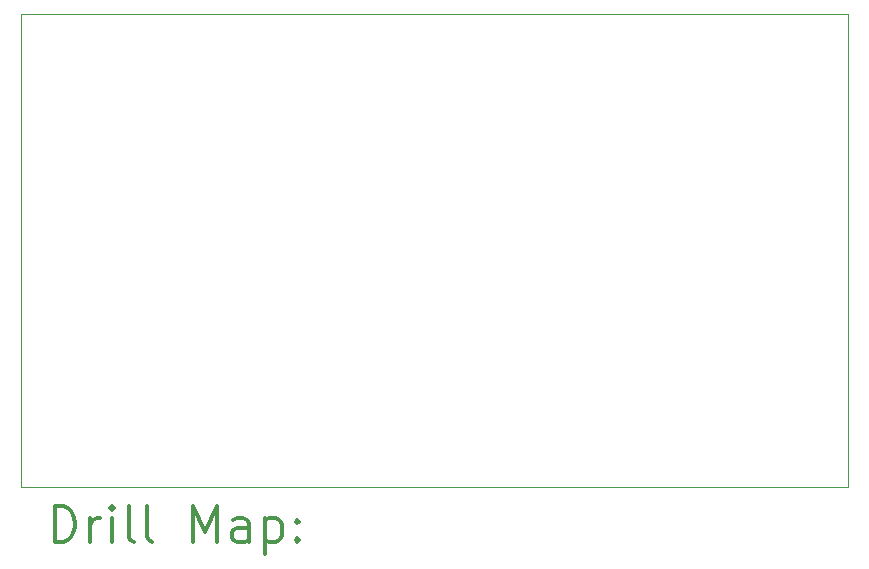
<source format=gbr>
%FSLAX45Y45*%
G04 Gerber Fmt 4.5, Leading zero omitted, Abs format (unit mm)*
G04 Created by KiCad (PCBNEW (5.1.10)-1) date 2021-08-01 20:36:29*
%MOMM*%
%LPD*%
G01*
G04 APERTURE LIST*
%TA.AperFunction,Profile*%
%ADD10C,0.050000*%
%TD*%
%ADD11C,0.200000*%
%ADD12C,0.300000*%
G04 APERTURE END LIST*
D10*
X17800000Y-8300000D02*
X10800000Y-8300000D01*
X17800000Y-12300000D02*
X17800000Y-8300000D01*
X10800000Y-12300000D02*
X17800000Y-12300000D01*
X10800000Y-8300000D02*
X10800000Y-12300000D01*
D11*
D12*
X11083928Y-12768214D02*
X11083928Y-12468214D01*
X11155357Y-12468214D01*
X11198214Y-12482500D01*
X11226786Y-12511071D01*
X11241071Y-12539643D01*
X11255357Y-12596786D01*
X11255357Y-12639643D01*
X11241071Y-12696786D01*
X11226786Y-12725357D01*
X11198214Y-12753929D01*
X11155357Y-12768214D01*
X11083928Y-12768214D01*
X11383928Y-12768214D02*
X11383928Y-12568214D01*
X11383928Y-12625357D02*
X11398214Y-12596786D01*
X11412500Y-12582500D01*
X11441071Y-12568214D01*
X11469643Y-12568214D01*
X11569643Y-12768214D02*
X11569643Y-12568214D01*
X11569643Y-12468214D02*
X11555357Y-12482500D01*
X11569643Y-12496786D01*
X11583928Y-12482500D01*
X11569643Y-12468214D01*
X11569643Y-12496786D01*
X11755357Y-12768214D02*
X11726786Y-12753929D01*
X11712500Y-12725357D01*
X11712500Y-12468214D01*
X11912500Y-12768214D02*
X11883928Y-12753929D01*
X11869643Y-12725357D01*
X11869643Y-12468214D01*
X12255357Y-12768214D02*
X12255357Y-12468214D01*
X12355357Y-12682500D01*
X12455357Y-12468214D01*
X12455357Y-12768214D01*
X12726786Y-12768214D02*
X12726786Y-12611071D01*
X12712500Y-12582500D01*
X12683928Y-12568214D01*
X12626786Y-12568214D01*
X12598214Y-12582500D01*
X12726786Y-12753929D02*
X12698214Y-12768214D01*
X12626786Y-12768214D01*
X12598214Y-12753929D01*
X12583928Y-12725357D01*
X12583928Y-12696786D01*
X12598214Y-12668214D01*
X12626786Y-12653929D01*
X12698214Y-12653929D01*
X12726786Y-12639643D01*
X12869643Y-12568214D02*
X12869643Y-12868214D01*
X12869643Y-12582500D02*
X12898214Y-12568214D01*
X12955357Y-12568214D01*
X12983928Y-12582500D01*
X12998214Y-12596786D01*
X13012500Y-12625357D01*
X13012500Y-12711071D01*
X12998214Y-12739643D01*
X12983928Y-12753929D01*
X12955357Y-12768214D01*
X12898214Y-12768214D01*
X12869643Y-12753929D01*
X13141071Y-12739643D02*
X13155357Y-12753929D01*
X13141071Y-12768214D01*
X13126786Y-12753929D01*
X13141071Y-12739643D01*
X13141071Y-12768214D01*
X13141071Y-12582500D02*
X13155357Y-12596786D01*
X13141071Y-12611071D01*
X13126786Y-12596786D01*
X13141071Y-12582500D01*
X13141071Y-12611071D01*
M02*

</source>
